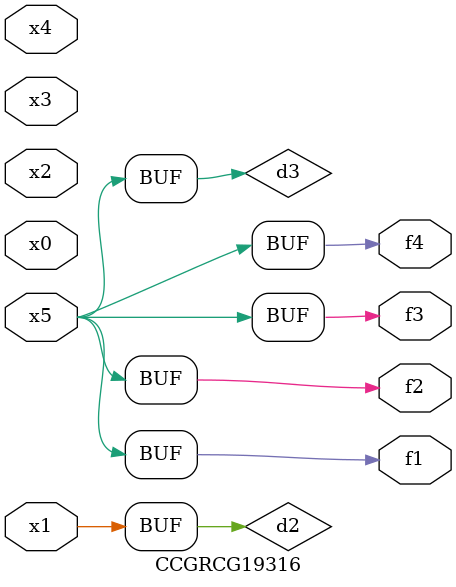
<source format=v>
module CCGRCG19316(
	input x0, x1, x2, x3, x4, x5,
	output f1, f2, f3, f4
);

	wire d1, d2, d3;

	not (d1, x5);
	or (d2, x1);
	xnor (d3, d1);
	assign f1 = d3;
	assign f2 = d3;
	assign f3 = d3;
	assign f4 = d3;
endmodule

</source>
